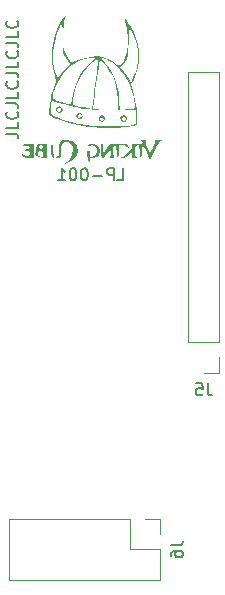
<source format=gbr>
%TF.GenerationSoftware,KiCad,Pcbnew,(6.0.6)*%
%TF.CreationDate,2022-11-26T14:52:17+01:00*%
%TF.ProjectId,wt,77742e6b-6963-4616-945f-706362585858,rev?*%
%TF.SameCoordinates,Original*%
%TF.FileFunction,Legend,Bot*%
%TF.FilePolarity,Positive*%
%FSLAX46Y46*%
G04 Gerber Fmt 4.6, Leading zero omitted, Abs format (unit mm)*
G04 Created by KiCad (PCBNEW (6.0.6)) date 2022-11-26 14:52:17*
%MOMM*%
%LPD*%
G01*
G04 APERTURE LIST*
%ADD10C,0.150000*%
%ADD11C,0.120000*%
G04 APERTURE END LIST*
D10*
X110873895Y-15006580D02*
X111350085Y-15006580D01*
X111350085Y-14006580D01*
X110540561Y-15006580D02*
X110540561Y-14006580D01*
X110159609Y-14006580D01*
X110064371Y-14054200D01*
X110016752Y-14101819D01*
X109969133Y-14197057D01*
X109969133Y-14339914D01*
X110016752Y-14435152D01*
X110064371Y-14482771D01*
X110159609Y-14530390D01*
X110540561Y-14530390D01*
X109540561Y-14625628D02*
X108778657Y-14625628D01*
X108111990Y-14006580D02*
X108016752Y-14006580D01*
X107921514Y-14054200D01*
X107873895Y-14101819D01*
X107826276Y-14197057D01*
X107778657Y-14387533D01*
X107778657Y-14625628D01*
X107826276Y-14816104D01*
X107873895Y-14911342D01*
X107921514Y-14958961D01*
X108016752Y-15006580D01*
X108111990Y-15006580D01*
X108207228Y-14958961D01*
X108254847Y-14911342D01*
X108302466Y-14816104D01*
X108350085Y-14625628D01*
X108350085Y-14387533D01*
X108302466Y-14197057D01*
X108254847Y-14101819D01*
X108207228Y-14054200D01*
X108111990Y-14006580D01*
X107159609Y-14006580D02*
X107064371Y-14006580D01*
X106969133Y-14054200D01*
X106921514Y-14101819D01*
X106873895Y-14197057D01*
X106826276Y-14387533D01*
X106826276Y-14625628D01*
X106873895Y-14816104D01*
X106921514Y-14911342D01*
X106969133Y-14958961D01*
X107064371Y-15006580D01*
X107159609Y-15006580D01*
X107254847Y-14958961D01*
X107302466Y-14911342D01*
X107350085Y-14816104D01*
X107397704Y-14625628D01*
X107397704Y-14387533D01*
X107350085Y-14197057D01*
X107302466Y-14101819D01*
X107254847Y-14054200D01*
X107159609Y-14006580D01*
X105873895Y-15006580D02*
X106445323Y-15006580D01*
X106159609Y-15006580D02*
X106159609Y-14006580D01*
X106254847Y-14149438D01*
X106350085Y-14244676D01*
X106445323Y-14292295D01*
%TO.C,REF\u002A\u002A*%
X101458780Y-11067447D02*
X102173066Y-11067447D01*
X102315923Y-11115066D01*
X102411161Y-11210304D01*
X102458780Y-11353161D01*
X102458780Y-11448400D01*
X102458780Y-10115066D02*
X102458780Y-10591257D01*
X101458780Y-10591257D01*
X102363542Y-9210304D02*
X102411161Y-9257923D01*
X102458780Y-9400780D01*
X102458780Y-9496019D01*
X102411161Y-9638876D01*
X102315923Y-9734114D01*
X102220685Y-9781733D01*
X102030209Y-9829352D01*
X101887352Y-9829352D01*
X101696876Y-9781733D01*
X101601638Y-9734114D01*
X101506400Y-9638876D01*
X101458780Y-9496019D01*
X101458780Y-9400780D01*
X101506400Y-9257923D01*
X101554019Y-9210304D01*
X101458780Y-8496019D02*
X102173066Y-8496019D01*
X102315923Y-8543638D01*
X102411161Y-8638876D01*
X102458780Y-8781733D01*
X102458780Y-8876971D01*
X102458780Y-7543638D02*
X102458780Y-8019828D01*
X101458780Y-8019828D01*
X102363542Y-6638876D02*
X102411161Y-6686495D01*
X102458780Y-6829352D01*
X102458780Y-6924590D01*
X102411161Y-7067447D01*
X102315923Y-7162685D01*
X102220685Y-7210304D01*
X102030209Y-7257923D01*
X101887352Y-7257923D01*
X101696876Y-7210304D01*
X101601638Y-7162685D01*
X101506400Y-7067447D01*
X101458780Y-6924590D01*
X101458780Y-6829352D01*
X101506400Y-6686495D01*
X101554019Y-6638876D01*
X101458780Y-5924590D02*
X102173066Y-5924590D01*
X102315923Y-5972209D01*
X102411161Y-6067447D01*
X102458780Y-6210304D01*
X102458780Y-6305542D01*
X102458780Y-4972209D02*
X102458780Y-5448400D01*
X101458780Y-5448400D01*
X102363542Y-4067447D02*
X102411161Y-4115066D01*
X102458780Y-4257923D01*
X102458780Y-4353161D01*
X102411161Y-4496019D01*
X102315923Y-4591257D01*
X102220685Y-4638876D01*
X102030209Y-4686495D01*
X101887352Y-4686495D01*
X101696876Y-4638876D01*
X101601638Y-4591257D01*
X101506400Y-4496019D01*
X101458780Y-4353161D01*
X101458780Y-4257923D01*
X101506400Y-4115066D01*
X101554019Y-4067447D01*
X101458780Y-3353161D02*
X102173066Y-3353161D01*
X102315923Y-3400780D01*
X102411161Y-3496019D01*
X102458780Y-3638876D01*
X102458780Y-3734114D01*
X102458780Y-2400780D02*
X102458780Y-2876971D01*
X101458780Y-2876971D01*
X102363542Y-1496019D02*
X102411161Y-1543638D01*
X102458780Y-1686495D01*
X102458780Y-1781733D01*
X102411161Y-1924590D01*
X102315923Y-2019828D01*
X102220685Y-2067447D01*
X102030209Y-2115066D01*
X101887352Y-2115066D01*
X101696876Y-2067447D01*
X101601638Y-2019828D01*
X101506400Y-1924590D01*
X101458780Y-1781733D01*
X101458780Y-1686495D01*
X101506400Y-1543638D01*
X101554019Y-1496019D01*
%TO.C,J5*%
X118504533Y-32222380D02*
X118504533Y-32936666D01*
X118552152Y-33079523D01*
X118647390Y-33174761D01*
X118790247Y-33222380D01*
X118885485Y-33222380D01*
X117552152Y-32222380D02*
X118028342Y-32222380D01*
X118075961Y-32698571D01*
X118028342Y-32650952D01*
X117933104Y-32603333D01*
X117695009Y-32603333D01*
X117599771Y-32650952D01*
X117552152Y-32698571D01*
X117504533Y-32793809D01*
X117504533Y-33031904D01*
X117552152Y-33127142D01*
X117599771Y-33174761D01*
X117695009Y-33222380D01*
X117933104Y-33222380D01*
X118028342Y-33174761D01*
X118075961Y-33127142D01*
%TO.C,J6*%
X115393580Y-45936666D02*
X116107866Y-45936666D01*
X116250723Y-45889047D01*
X116345961Y-45793809D01*
X116393580Y-45650952D01*
X116393580Y-45555714D01*
X115393580Y-46841428D02*
X115393580Y-46650952D01*
X115441200Y-46555714D01*
X115488819Y-46508095D01*
X115631676Y-46412857D01*
X115822152Y-46365238D01*
X116203104Y-46365238D01*
X116298342Y-46412857D01*
X116345961Y-46460476D01*
X116393580Y-46555714D01*
X116393580Y-46746190D01*
X116345961Y-46841428D01*
X116298342Y-46889047D01*
X116203104Y-46936666D01*
X115965009Y-46936666D01*
X115869771Y-46889047D01*
X115822152Y-46841428D01*
X115774533Y-46746190D01*
X115774533Y-46555714D01*
X115822152Y-46460476D01*
X115869771Y-46412857D01*
X115965009Y-46365238D01*
%TO.C,G\u002A\u002A\u002A*%
G36*
X109615706Y-11934413D02*
G01*
X109675838Y-12015133D01*
X109671413Y-12220455D01*
X109665241Y-12276766D01*
X109657440Y-12524238D01*
X109704959Y-12613392D01*
X109814225Y-12546330D01*
X109991667Y-12325153D01*
X110276144Y-11929026D01*
X111028788Y-11929026D01*
X111152300Y-11929864D01*
X111477471Y-11943108D01*
X111678028Y-11970482D01*
X111731730Y-12009445D01*
X111742327Y-12084332D01*
X111860985Y-12185638D01*
X111966427Y-12258816D01*
X111994815Y-12326538D01*
X111988541Y-12330394D01*
X111886010Y-12300752D01*
X111722146Y-12192679D01*
X111490949Y-12066561D01*
X111252020Y-12013693D01*
X111118734Y-12021267D01*
X111043221Y-12072272D01*
X111014186Y-12208674D01*
X111009438Y-12472435D01*
X111005128Y-12648668D01*
X110982134Y-12915489D01*
X110945938Y-13086268D01*
X110916758Y-13138245D01*
X110882907Y-13099882D01*
X110860719Y-12902693D01*
X110837873Y-12617399D01*
X110787152Y-12273142D01*
X110717239Y-12076339D01*
X110624602Y-12013693D01*
X110559543Y-12078008D01*
X110513939Y-12258808D01*
X110495004Y-12501906D01*
X110503642Y-12752633D01*
X110540763Y-12956317D01*
X110607271Y-13058286D01*
X110621699Y-13066251D01*
X110582043Y-13092917D01*
X110416771Y-13106379D01*
X110363125Y-13106607D01*
X110217901Y-13088431D01*
X110232131Y-13040945D01*
X110306311Y-12905530D01*
X110316797Y-12650363D01*
X110289771Y-12330602D01*
X110009344Y-12722481D01*
X109814936Y-12972005D01*
X109663358Y-13097364D01*
X109563008Y-13066853D01*
X109502693Y-12876293D01*
X109471219Y-12521502D01*
X109462650Y-12277046D01*
X109470187Y-12061257D01*
X109505459Y-11956314D01*
X109574270Y-11928835D01*
X109615706Y-11934413D01*
G37*
G36*
X111630327Y-10009915D02*
G01*
X111496102Y-10079433D01*
X111310580Y-10050561D01*
X111157676Y-9921910D01*
X111135085Y-9851488D01*
X111231591Y-9851488D01*
X111289880Y-9934725D01*
X111433912Y-9976934D01*
X111564331Y-9889649D01*
X111569779Y-9762355D01*
X111466161Y-9672056D01*
X111312890Y-9670912D01*
X111251830Y-9713623D01*
X111231591Y-9851488D01*
X111135085Y-9851488D01*
X111094105Y-9723747D01*
X111103125Y-9687556D01*
X111214003Y-9586255D01*
X111390105Y-9521006D01*
X111553638Y-9525388D01*
X111576302Y-9537207D01*
X111664089Y-9671457D01*
X111675126Y-9762355D01*
X111686921Y-9859499D01*
X111630327Y-10009915D01*
G37*
G36*
X107872863Y-9774736D02*
G01*
X107766315Y-9857941D01*
X107585090Y-9857750D01*
X107421615Y-9708115D01*
X107377789Y-9567534D01*
X107379981Y-9564040D01*
X107496805Y-9564040D01*
X107540131Y-9697945D01*
X107658560Y-9753774D01*
X107788160Y-9690112D01*
X107835572Y-9607818D01*
X107836730Y-9477402D01*
X107769919Y-9413758D01*
X107621416Y-9402092D01*
X107509863Y-9509836D01*
X107496805Y-9564040D01*
X107379981Y-9564040D01*
X107469475Y-9421370D01*
X107580811Y-9347684D01*
X107753674Y-9343671D01*
X107889128Y-9439050D01*
X107902440Y-9477402D01*
X107943437Y-9595509D01*
X107872863Y-9774736D01*
G37*
G36*
X108813343Y-11932703D02*
G01*
X109128843Y-12025175D01*
X109330077Y-12231201D01*
X109400771Y-12536193D01*
X109400667Y-12550078D01*
X109328834Y-12854346D01*
X109133186Y-13047051D01*
X108827441Y-13114360D01*
X108664227Y-13122112D01*
X108572830Y-13169331D01*
X108578637Y-13283693D01*
X108586173Y-13395176D01*
X108526963Y-13454223D01*
X108430601Y-13374017D01*
X108413535Y-13335008D01*
X108362841Y-13156797D01*
X108309535Y-12908350D01*
X108284744Y-12769245D01*
X108270805Y-12602464D01*
X108312709Y-12534573D01*
X108423372Y-12521693D01*
X108514813Y-12529968D01*
X108580562Y-12599661D01*
X108571190Y-12782338D01*
X108556751Y-12947191D01*
X108609291Y-13019599D01*
X108774795Y-13015171D01*
X108841166Y-13001846D01*
X109035713Y-12867714D01*
X109133292Y-12628906D01*
X109115311Y-12323206D01*
X109081765Y-12238116D01*
X108923233Y-12081680D01*
X108711022Y-12027308D01*
X108510672Y-12099272D01*
X108500537Y-12107594D01*
X108407391Y-12156183D01*
X108384771Y-12066393D01*
X108395438Y-12012206D01*
X108493686Y-11947473D01*
X108723438Y-11929026D01*
X108813343Y-11932703D01*
G37*
G36*
X105358349Y-11952542D02*
G01*
X105406065Y-12108511D01*
X105421438Y-12420093D01*
X105430649Y-12633023D01*
X105467552Y-12877033D01*
X105523038Y-13012760D01*
X105574439Y-13091339D01*
X105482318Y-13114360D01*
X105385834Y-13080632D01*
X105315116Y-12956364D01*
X105267175Y-12715287D01*
X105233692Y-12331193D01*
X105228484Y-12203300D01*
X105247662Y-11995060D01*
X105314995Y-11929026D01*
X105358349Y-11952542D01*
G37*
G36*
X103770438Y-13114360D02*
G01*
X103334997Y-13114360D01*
X103141267Y-13108167D01*
X102937668Y-13067280D01*
X102848163Y-12980435D01*
X102830709Y-12931314D01*
X102799564Y-12781248D01*
X102821350Y-12724441D01*
X102888220Y-12796860D01*
X102998444Y-12893824D01*
X103224312Y-12945026D01*
X103334800Y-12939778D01*
X103447990Y-12882287D01*
X103474105Y-12723489D01*
X103470505Y-12635873D01*
X103417961Y-12537121D01*
X103262438Y-12542415D01*
X103117663Y-12548285D01*
X103050771Y-12467619D01*
X103098738Y-12392252D01*
X103262438Y-12352360D01*
X103402125Y-12327490D01*
X103474105Y-12216096D01*
X103466393Y-12164841D01*
X103383492Y-12108428D01*
X103177771Y-12114429D01*
X103155112Y-12116928D01*
X102947583Y-12112669D01*
X102881438Y-12039025D01*
X102897577Y-11998851D01*
X103035554Y-11945915D01*
X103325938Y-11929026D01*
X103770438Y-11929026D01*
X103770438Y-13114360D01*
G37*
G36*
X112522420Y-5774952D02*
G01*
X112244136Y-6496483D01*
X112038090Y-6903096D01*
X112193204Y-7373277D01*
X112221048Y-7460538D01*
X112397513Y-8194034D01*
X112461229Y-8678035D01*
X112500979Y-8979979D01*
X112502628Y-9050360D01*
X112503620Y-9092693D01*
X112518415Y-9724167D01*
X112491105Y-10355642D01*
X112152438Y-10427870D01*
X112050492Y-10446349D01*
X111752301Y-10486808D01*
X111371988Y-10527443D01*
X110967105Y-10561754D01*
X109846560Y-10596137D01*
X108453242Y-10497627D01*
X107100534Y-10237523D01*
X105778664Y-9814416D01*
X105518157Y-9711983D01*
X105281381Y-9606312D01*
X105150467Y-9518228D01*
X105094551Y-9425109D01*
X105082771Y-9304332D01*
X105087820Y-9140015D01*
X105089708Y-9121582D01*
X105221519Y-9121582D01*
X105231328Y-9321404D01*
X105280447Y-9439598D01*
X105379395Y-9524002D01*
X105448268Y-9563881D01*
X105722825Y-9686787D01*
X106108100Y-9829560D01*
X106565079Y-9979142D01*
X107054751Y-10122477D01*
X107538105Y-10246507D01*
X107731414Y-10285838D01*
X108233213Y-10355539D01*
X108837003Y-10408782D01*
X109497869Y-10444172D01*
X110170895Y-10460313D01*
X110811164Y-10455811D01*
X111373761Y-10429271D01*
X111813771Y-10379298D01*
X112406438Y-10278026D01*
X112430902Y-9685360D01*
X112455366Y-9092693D01*
X110568235Y-9092608D01*
X110293021Y-9092109D01*
X109574805Y-9083332D01*
X108971191Y-9059488D01*
X108441389Y-9015248D01*
X107944610Y-8945282D01*
X107440063Y-8844262D01*
X106886959Y-8706860D01*
X106807024Y-8684574D01*
X107114771Y-8684574D01*
X107728605Y-8790443D01*
X107742928Y-8792916D01*
X108072230Y-8851240D01*
X108353647Y-8903571D01*
X108527630Y-8938849D01*
X108625659Y-8950085D01*
X108627041Y-8949060D01*
X108842141Y-8949060D01*
X109142623Y-8998778D01*
X109191095Y-9005639D01*
X109452748Y-9027641D01*
X109804380Y-9043244D01*
X110183938Y-9049428D01*
X110924771Y-9050360D01*
X110924771Y-8454123D01*
X110914774Y-8158722D01*
X110857694Y-7621534D01*
X110759813Y-7082536D01*
X110632346Y-6598725D01*
X110486511Y-6227099D01*
X110382568Y-6039774D01*
X110198824Y-5750699D01*
X109992090Y-5458373D01*
X109785295Y-5191923D01*
X109601368Y-4980474D01*
X109463239Y-4853154D01*
X109393837Y-4839090D01*
X109373316Y-4913540D01*
X109331394Y-5137954D01*
X109276505Y-5478499D01*
X109212810Y-5905543D01*
X109144468Y-6389457D01*
X109075638Y-6900611D01*
X109010479Y-7409375D01*
X108953153Y-7886118D01*
X108907817Y-8301210D01*
X108842141Y-8949060D01*
X108627041Y-8949060D01*
X108708496Y-8888638D01*
X108753129Y-8698372D01*
X108760875Y-8643356D01*
X108801890Y-8340100D01*
X108853961Y-7941580D01*
X108913457Y-7477042D01*
X108976749Y-6975731D01*
X109040205Y-6466893D01*
X109100196Y-5979775D01*
X109153091Y-5543621D01*
X109195260Y-5187678D01*
X109223072Y-4941191D01*
X109232897Y-4833406D01*
X109180706Y-4781946D01*
X109036639Y-4835089D01*
X108824915Y-4979437D01*
X108569754Y-5198403D01*
X108295380Y-5475400D01*
X108034711Y-5793863D01*
X107664670Y-6386402D01*
X107374441Y-7033754D01*
X107184613Y-7686687D01*
X107115776Y-8295967D01*
X107114771Y-8684574D01*
X106807024Y-8684574D01*
X106244509Y-8527745D01*
X105918181Y-8436509D01*
X105606919Y-8355666D01*
X105390307Y-8306695D01*
X105302160Y-8297845D01*
X105283489Y-8378549D01*
X105258735Y-8585090D01*
X105235108Y-8867858D01*
X105221519Y-9121582D01*
X105089708Y-9121582D01*
X105136425Y-8665415D01*
X105226133Y-8131605D01*
X105274917Y-7915191D01*
X105376300Y-7915191D01*
X105400121Y-8065373D01*
X105519326Y-8171022D01*
X105755628Y-8264954D01*
X106130738Y-8379988D01*
X106145923Y-8384580D01*
X106447858Y-8477101D01*
X106689877Y-8553386D01*
X106820812Y-8597319D01*
X106843509Y-8601669D01*
X106923970Y-8519560D01*
X106983271Y-8273018D01*
X107092669Y-7676112D01*
X107336245Y-6836297D01*
X107672149Y-6119629D01*
X108108760Y-5509643D01*
X108654462Y-4989875D01*
X109035347Y-4686610D01*
X109587632Y-4686610D01*
X109593208Y-4711485D01*
X109664851Y-4833406D01*
X109671702Y-4845064D01*
X109821859Y-5064841D01*
X110022666Y-5339291D01*
X110043049Y-5366482D01*
X110417143Y-5916689D01*
X110687016Y-6443362D01*
X110868327Y-6993420D01*
X110976736Y-7613784D01*
X111027901Y-8351375D01*
X111051771Y-9049390D01*
X111348105Y-9035083D01*
X111718518Y-9015844D01*
X112026013Y-8991041D01*
X112216163Y-8954753D01*
X112317124Y-8897086D01*
X112357052Y-8808145D01*
X112364105Y-8678035D01*
X112363237Y-8619501D01*
X112287866Y-8063548D01*
X112105675Y-7448410D01*
X111837723Y-6817955D01*
X111505065Y-6216052D01*
X111128759Y-5686567D01*
X110877470Y-5426271D01*
X111107878Y-5426271D01*
X111400981Y-5810257D01*
X111514873Y-5964733D01*
X111695213Y-6229335D01*
X111819602Y-6436968D01*
X111826884Y-6450928D01*
X111922646Y-6612961D01*
X111983558Y-6679693D01*
X111988102Y-6679053D01*
X112063060Y-6593116D01*
X112169449Y-6392049D01*
X112288700Y-6118195D01*
X112402243Y-5813893D01*
X112491508Y-5521487D01*
X112603550Y-4809878D01*
X112580296Y-4012462D01*
X112414132Y-3211963D01*
X112109666Y-2445490D01*
X112109102Y-2444372D01*
X111977469Y-2189445D01*
X111878032Y-2007678D01*
X111832279Y-1938360D01*
X111829798Y-1946265D01*
X111822529Y-2071898D01*
X111816845Y-2326865D01*
X111813271Y-2680597D01*
X111812331Y-3102526D01*
X111811509Y-3304723D01*
X111790261Y-3905205D01*
X111735737Y-4372216D01*
X111641738Y-4732102D01*
X111502067Y-5011212D01*
X111310527Y-5235892D01*
X111107878Y-5426271D01*
X110877470Y-5426271D01*
X110729861Y-5273371D01*
X110623217Y-5192331D01*
X110392514Y-5044750D01*
X110129857Y-4897914D01*
X109878993Y-4774297D01*
X109683669Y-4696372D01*
X109587632Y-4686610D01*
X109035347Y-4686610D01*
X109084225Y-4647693D01*
X108792198Y-4647693D01*
X108790621Y-4647694D01*
X108469221Y-4684077D01*
X108065833Y-4779568D01*
X107648210Y-4915119D01*
X107284105Y-5071681D01*
X107161553Y-5154260D01*
X106877853Y-5345425D01*
X106452367Y-5764219D01*
X106062235Y-6276995D01*
X105736282Y-6845549D01*
X105503338Y-7431676D01*
X105426152Y-7687658D01*
X105376300Y-7915191D01*
X105274917Y-7915191D01*
X105344024Y-7608622D01*
X105477177Y-7166499D01*
X105689867Y-6576873D01*
X105513319Y-5884707D01*
X105356377Y-4963951D01*
X105355210Y-4857265D01*
X105433138Y-4857265D01*
X105533737Y-5579078D01*
X105582209Y-5768836D01*
X105662044Y-6031407D01*
X105729089Y-6197930D01*
X105758504Y-6244548D01*
X105820861Y-6276780D01*
X105909244Y-6202862D01*
X106055331Y-6003957D01*
X106117513Y-5918470D01*
X106350094Y-5639255D01*
X106582086Y-5405556D01*
X106868296Y-5154260D01*
X106666399Y-4879810D01*
X106504805Y-4640891D01*
X106384399Y-4400754D01*
X106303775Y-4132427D01*
X106255451Y-3800697D01*
X106231944Y-3370350D01*
X106225771Y-2806170D01*
X106225570Y-2634010D01*
X106223328Y-2226519D01*
X106218997Y-1898281D01*
X106213067Y-1679323D01*
X106206031Y-1599670D01*
X106176354Y-1641552D01*
X106088834Y-1798218D01*
X105967658Y-2031145D01*
X105761398Y-2516342D01*
X105553843Y-3269693D01*
X105442131Y-4068735D01*
X105433138Y-4857265D01*
X105355210Y-4857265D01*
X105346004Y-4015514D01*
X105483616Y-3088596D01*
X105766835Y-2217601D01*
X105868104Y-2002721D01*
X106011495Y-1732637D01*
X106167185Y-1462155D01*
X106312582Y-1228939D01*
X106425095Y-1070657D01*
X106482134Y-1024974D01*
X106483113Y-1026858D01*
X106476634Y-1128519D01*
X106443302Y-1348191D01*
X106389688Y-1642026D01*
X106354673Y-1845020D01*
X106293932Y-2408799D01*
X106275316Y-2987998D01*
X106299416Y-3522961D01*
X106366822Y-3954034D01*
X106391605Y-4044292D01*
X106511441Y-4364685D01*
X106664206Y-4663068D01*
X106823347Y-4892524D01*
X106962309Y-5006138D01*
X107042049Y-5004882D01*
X107246846Y-4951383D01*
X107504896Y-4851685D01*
X107520858Y-4844758D01*
X107832631Y-4736837D01*
X108226281Y-4635046D01*
X108620592Y-4560577D01*
X108637635Y-4558111D01*
X109180803Y-4517245D01*
X109650438Y-4575151D01*
X109843011Y-4647693D01*
X110102818Y-4745562D01*
X110594218Y-5042213D01*
X110649964Y-5080494D01*
X110867181Y-5222540D01*
X111000509Y-5279907D01*
X111095678Y-5263275D01*
X111198420Y-5183324D01*
X111320366Y-5049910D01*
X111522567Y-4673897D01*
X111662785Y-4177844D01*
X111738495Y-3587841D01*
X111747174Y-2929978D01*
X111686296Y-2230343D01*
X111553338Y-1515026D01*
X111503022Y-1303360D01*
X111677744Y-1515026D01*
X111790077Y-1666464D01*
X112017017Y-2041983D01*
X112242089Y-2487823D01*
X112435775Y-2943263D01*
X112568559Y-3347581D01*
X112578747Y-3387976D01*
X112694731Y-4172113D01*
X112678671Y-4809878D01*
X112674287Y-4983966D01*
X112522420Y-5774952D01*
G37*
G36*
X106984709Y-11660194D02*
G01*
X107275385Y-11848138D01*
X107454436Y-12143717D01*
X107514650Y-12528866D01*
X107420617Y-12897351D01*
X107165813Y-13219548D01*
X106752391Y-13491320D01*
X106565914Y-13583022D01*
X106377133Y-13672443D01*
X106293814Y-13707026D01*
X106263278Y-13686785D01*
X106347222Y-13599671D01*
X106566491Y-13451758D01*
X106852691Y-13212482D01*
X107050533Y-12858033D01*
X107114771Y-12405042D01*
X107103808Y-12195247D01*
X107039024Y-12002570D01*
X106889801Y-11849022D01*
X106678702Y-11736940D01*
X106424560Y-11743783D01*
X106204605Y-11911424D01*
X106161147Y-12010586D01*
X106116199Y-12247396D01*
X106098771Y-12540603D01*
X106096228Y-12731286D01*
X106074315Y-12935818D01*
X106016843Y-13045722D01*
X105908271Y-13107219D01*
X105889852Y-13114035D01*
X105721521Y-13152649D01*
X105685628Y-13111055D01*
X105796210Y-13002383D01*
X105809775Y-12992012D01*
X105891294Y-12885012D01*
X105923783Y-12707148D01*
X105917029Y-12410476D01*
X105910371Y-12203084D01*
X105921134Y-12005288D01*
X105950605Y-11928911D01*
X105977154Y-11918166D01*
X106014105Y-11811901D01*
X106056111Y-11727486D01*
X106204605Y-11643724D01*
X106609810Y-11590847D01*
X106984709Y-11660194D01*
G37*
G36*
X104456492Y-13096883D02*
G01*
X104318374Y-13083387D01*
X104040200Y-12999742D01*
X103913138Y-12850486D01*
X103934154Y-12691197D01*
X104108148Y-12691197D01*
X104120820Y-12902693D01*
X104196578Y-12982402D01*
X104372163Y-13029693D01*
X104454608Y-13024185D01*
X104551414Y-12957812D01*
X104574771Y-12775693D01*
X104570378Y-12672336D01*
X104517434Y-12550975D01*
X104372163Y-12521693D01*
X104229785Y-12552296D01*
X104108148Y-12691197D01*
X103934154Y-12691197D01*
X103941036Y-12639034D01*
X103989711Y-12467514D01*
X104018010Y-12225360D01*
X104025511Y-12108294D01*
X104037355Y-12083147D01*
X104205723Y-12083147D01*
X104208664Y-12233637D01*
X104245755Y-12294119D01*
X104377625Y-12354224D01*
X104512756Y-12313673D01*
X104574771Y-12183026D01*
X104550423Y-12079889D01*
X104419549Y-12013693D01*
X104347749Y-12017378D01*
X104205723Y-12083147D01*
X104037355Y-12083147D01*
X104070816Y-12012105D01*
X104196811Y-11967751D01*
X104447771Y-11946502D01*
X104871105Y-11921645D01*
X104871105Y-13121741D01*
X104456492Y-13096883D01*
G37*
G36*
X106111852Y-9279053D02*
G01*
X105942304Y-9292608D01*
X105778849Y-9223616D01*
X105692519Y-9085284D01*
X105695868Y-9028221D01*
X105776036Y-9028221D01*
X105816249Y-9124216D01*
X105929559Y-9202648D01*
X106045556Y-9182015D01*
X106098771Y-9056568D01*
X106067980Y-8936809D01*
X105923230Y-8881026D01*
X105807233Y-8907707D01*
X105776036Y-9028221D01*
X105695868Y-9028221D01*
X105699402Y-8968020D01*
X105787621Y-8808657D01*
X105799514Y-8799249D01*
X105975637Y-8746215D01*
X106132743Y-8818338D01*
X106226432Y-8976589D01*
X106220927Y-9056568D01*
X106212298Y-9181940D01*
X106111852Y-9279053D01*
G37*
G36*
X109767660Y-10009915D02*
G01*
X109748735Y-10026353D01*
X109579306Y-10072883D01*
X109398197Y-10022414D01*
X109291183Y-9895537D01*
X109286807Y-9870590D01*
X109297828Y-9812360D01*
X109400771Y-9812360D01*
X109449656Y-9938406D01*
X109574349Y-9980946D01*
X109697105Y-9897026D01*
X109719892Y-9833297D01*
X109671652Y-9701854D01*
X109522775Y-9643026D01*
X109451562Y-9675080D01*
X109400771Y-9812360D01*
X109297828Y-9812360D01*
X109318545Y-9702896D01*
X109413327Y-9544195D01*
X109526894Y-9473693D01*
X109655987Y-9510913D01*
X109787269Y-9654080D01*
X109832161Y-9833297D01*
X109834536Y-9842780D01*
X109767660Y-10009915D01*
G37*
G36*
X113169417Y-11595833D02*
G01*
X113315416Y-11617875D01*
X113316024Y-11660512D01*
X113301513Y-11671523D01*
X113268990Y-11761273D01*
X113304002Y-11935089D01*
X113412147Y-12225897D01*
X113614684Y-12723722D01*
X113841831Y-12275470D01*
X113935254Y-12070666D01*
X114011992Y-11843676D01*
X114023532Y-11708789D01*
X114026461Y-11642542D01*
X114132960Y-11605898D01*
X114377595Y-11601890D01*
X114516080Y-11609120D01*
X114624437Y-11627534D01*
X114586986Y-11650062D01*
X114497611Y-11690514D01*
X114376206Y-11821716D01*
X114230980Y-12064498D01*
X114045540Y-12442865D01*
X113946017Y-12652669D01*
X113804747Y-12934173D01*
X113697647Y-13127306D01*
X113642336Y-13199026D01*
X113641000Y-13198863D01*
X113584942Y-13119844D01*
X113491243Y-12924230D01*
X113379449Y-12652645D01*
X113376554Y-12645168D01*
X113259637Y-12369857D01*
X113154566Y-12167399D01*
X113083771Y-12081145D01*
X113038996Y-12130000D01*
X112991306Y-12308589D01*
X112956771Y-12578231D01*
X112920598Y-12918724D01*
X112880798Y-13101633D01*
X112840306Y-13117733D01*
X112801373Y-12966218D01*
X112766253Y-12646283D01*
X112753053Y-12490909D01*
X112719321Y-12214100D01*
X112673620Y-12066261D01*
X112603062Y-12018747D01*
X112494756Y-12042909D01*
X112494585Y-12042975D01*
X112415173Y-12152888D01*
X112370723Y-12366789D01*
X112363090Y-12622713D01*
X112394132Y-12858692D01*
X112465705Y-13012760D01*
X112496672Y-13049523D01*
X112476943Y-13100514D01*
X112311035Y-13114360D01*
X112144643Y-13101675D01*
X112079234Y-13027415D01*
X112088029Y-12839193D01*
X112121292Y-12564026D01*
X111862892Y-12839193D01*
X111623253Y-13038366D01*
X111370465Y-13108993D01*
X111254318Y-13103999D01*
X111206378Y-13083185D01*
X111305771Y-13032572D01*
X111393937Y-12980537D01*
X111589161Y-12824996D01*
X111804023Y-12620509D01*
X111936686Y-12473627D01*
X112071367Y-12265623D01*
X112087116Y-12104263D01*
X112074148Y-12013383D01*
X112120182Y-11957328D01*
X112264010Y-11933804D01*
X112541365Y-11929026D01*
X112806326Y-11917786D01*
X112998179Y-11872198D01*
X113027901Y-11793019D01*
X112893271Y-11681808D01*
X112830751Y-11632109D01*
X112882408Y-11602762D01*
X113083771Y-11594231D01*
X113169417Y-11595833D01*
G37*
D11*
%TO.C,J5*%
X116841200Y-28730000D02*
X119501200Y-28730000D01*
X119501200Y-28730000D02*
X119501200Y-5810000D01*
X116841200Y-5810000D02*
X119501200Y-5810000D01*
X116841200Y-28730000D02*
X116841200Y-5810000D01*
X119501200Y-31330000D02*
X119501200Y-30000000D01*
X118171200Y-31330000D02*
X119501200Y-31330000D01*
%TO.C,J6*%
X114501200Y-43670000D02*
X113171200Y-43670000D01*
X111901200Y-43670000D02*
X101681200Y-43670000D01*
X101681200Y-48870000D02*
X101681200Y-43670000D01*
X114501200Y-48870000D02*
X101681200Y-48870000D01*
X114501200Y-45000000D02*
X114501200Y-43670000D01*
X114501200Y-46270000D02*
X111901200Y-46270000D01*
X111901200Y-46270000D02*
X111901200Y-43670000D01*
X114501200Y-48870000D02*
X114501200Y-46270000D01*
%TD*%
M02*

</source>
